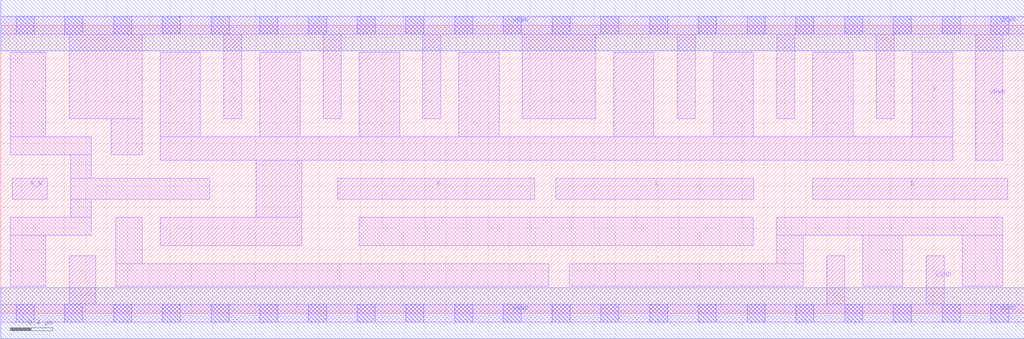
<source format=lef>
# Copyright 2020 The SkyWater PDK Authors
#
# Licensed under the Apache License, Version 2.0 (the "License");
# you may not use this file except in compliance with the License.
# You may obtain a copy of the License at
#
#     https://www.apache.org/licenses/LICENSE-2.0
#
# Unless required by applicable law or agreed to in writing, software
# distributed under the License is distributed on an "AS IS" BASIS,
# WITHOUT WARRANTIES OR CONDITIONS OF ANY KIND, either express or implied.
# See the License for the specific language governing permissions and
# limitations under the License.
#
# SPDX-License-Identifier: Apache-2.0

VERSION 5.7 ;
  NAMESCASESENSITIVE ON ;
  NOWIREEXTENSIONATPIN ON ;
  DIVIDERCHAR "/" ;
  BUSBITCHARS "[]" ;
UNITS
  DATABASE MICRONS 200 ;
END UNITS
PROPERTYDEFINITIONS
  MACRO maskLayoutSubType STRING ;
  MACRO prCellType STRING ;
  MACRO originalViewName STRING ;
END PROPERTYDEFINITIONS
MACRO sky130_fd_sc_hdll__nand4b_4
  CLASS CORE ;
  FOREIGN sky130_fd_sc_hdll__nand4b_4 ;
  ORIGIN  0.000000  0.000000 ;
  SIZE  9.660000 BY  2.720000 ;
  SYMMETRY X Y R90 ;
  SITE unithd ;
  PIN A_N
    ANTENNAGATEAREA  0.277500 ;
    DIRECTION INPUT ;
    USE SIGNAL ;
    PORT
      LAYER li1 ;
        RECT 0.110000 1.075000 0.440000 1.275000 ;
    END
  END A_N
  PIN B
    ANTENNAGATEAREA  1.110000 ;
    DIRECTION INPUT ;
    USE SIGNAL ;
    PORT
      LAYER li1 ;
        RECT 3.180000 1.075000 5.040000 1.275000 ;
    END
  END B
  PIN C
    ANTENNAGATEAREA  1.110000 ;
    DIRECTION INPUT ;
    USE SIGNAL ;
    PORT
      LAYER li1 ;
        RECT 5.240000 1.075000 7.110000 1.275000 ;
    END
  END C
  PIN D
    ANTENNAGATEAREA  1.110000 ;
    DIRECTION INPUT ;
    USE SIGNAL ;
    PORT
      LAYER li1 ;
        RECT 7.665000 1.075000 9.505000 1.275000 ;
    END
  END D
  PIN VGND
    ANTENNADIFFAREA  0.585000 ;
    DIRECTION INOUT ;
    USE SIGNAL ;
    PORT
      LAYER li1 ;
        RECT 0.000000 -0.085000 9.660000 0.085000 ;
        RECT 0.645000  0.085000 0.895000 0.545000 ;
        RECT 7.795000  0.085000 7.965000 0.545000 ;
        RECT 8.735000  0.085000 8.905000 0.545000 ;
      LAYER mcon ;
        RECT 0.145000 -0.085000 0.315000 0.085000 ;
        RECT 0.605000 -0.085000 0.775000 0.085000 ;
        RECT 1.065000 -0.085000 1.235000 0.085000 ;
        RECT 1.525000 -0.085000 1.695000 0.085000 ;
        RECT 1.985000 -0.085000 2.155000 0.085000 ;
        RECT 2.445000 -0.085000 2.615000 0.085000 ;
        RECT 2.905000 -0.085000 3.075000 0.085000 ;
        RECT 3.365000 -0.085000 3.535000 0.085000 ;
        RECT 3.825000 -0.085000 3.995000 0.085000 ;
        RECT 4.285000 -0.085000 4.455000 0.085000 ;
        RECT 4.745000 -0.085000 4.915000 0.085000 ;
        RECT 5.205000 -0.085000 5.375000 0.085000 ;
        RECT 5.665000 -0.085000 5.835000 0.085000 ;
        RECT 6.125000 -0.085000 6.295000 0.085000 ;
        RECT 6.585000 -0.085000 6.755000 0.085000 ;
        RECT 7.045000 -0.085000 7.215000 0.085000 ;
        RECT 7.505000 -0.085000 7.675000 0.085000 ;
        RECT 7.965000 -0.085000 8.135000 0.085000 ;
        RECT 8.425000 -0.085000 8.595000 0.085000 ;
        RECT 8.885000 -0.085000 9.055000 0.085000 ;
        RECT 9.345000 -0.085000 9.515000 0.085000 ;
      LAYER met1 ;
        RECT 0.000000 -0.240000 9.660000 0.240000 ;
    END
  END VGND
  PIN VPWR
    ANTENNADIFFAREA  3.360000 ;
    DIRECTION INOUT ;
    USE SIGNAL ;
    PORT
      LAYER li1 ;
        RECT 0.000000 2.635000 9.660000 2.805000 ;
        RECT 0.645000 1.835000 1.335000 2.635000 ;
        RECT 1.045000 1.495000 1.335000 1.835000 ;
        RECT 2.105000 1.835000 2.275000 2.635000 ;
        RECT 3.045000 1.835000 3.215000 2.635000 ;
        RECT 3.985000 1.835000 4.155000 2.635000 ;
        RECT 4.925000 1.835000 5.615000 2.635000 ;
        RECT 6.385000 1.835000 6.555000 2.635000 ;
        RECT 7.325000 1.835000 7.495000 2.635000 ;
        RECT 8.265000 1.835000 8.435000 2.635000 ;
        RECT 9.205000 1.445000 9.460000 2.635000 ;
      LAYER mcon ;
        RECT 0.145000 2.635000 0.315000 2.805000 ;
        RECT 0.605000 2.635000 0.775000 2.805000 ;
        RECT 1.065000 2.635000 1.235000 2.805000 ;
        RECT 1.525000 2.635000 1.695000 2.805000 ;
        RECT 1.985000 2.635000 2.155000 2.805000 ;
        RECT 2.445000 2.635000 2.615000 2.805000 ;
        RECT 2.905000 2.635000 3.075000 2.805000 ;
        RECT 3.365000 2.635000 3.535000 2.805000 ;
        RECT 3.825000 2.635000 3.995000 2.805000 ;
        RECT 4.285000 2.635000 4.455000 2.805000 ;
        RECT 4.745000 2.635000 4.915000 2.805000 ;
        RECT 5.205000 2.635000 5.375000 2.805000 ;
        RECT 5.665000 2.635000 5.835000 2.805000 ;
        RECT 6.125000 2.635000 6.295000 2.805000 ;
        RECT 6.585000 2.635000 6.755000 2.805000 ;
        RECT 7.045000 2.635000 7.215000 2.805000 ;
        RECT 7.505000 2.635000 7.675000 2.805000 ;
        RECT 7.965000 2.635000 8.135000 2.805000 ;
        RECT 8.425000 2.635000 8.595000 2.805000 ;
        RECT 8.885000 2.635000 9.055000 2.805000 ;
        RECT 9.345000 2.635000 9.515000 2.805000 ;
      LAYER met1 ;
        RECT 0.000000 2.480000 9.660000 2.960000 ;
    END
  END VPWR
  PIN Y
    ANTENNADIFFAREA  2.736000 ;
    DIRECTION OUTPUT ;
    USE SIGNAL ;
    PORT
      LAYER li1 ;
        RECT 1.505000 0.635000 2.840000 0.905000 ;
        RECT 1.505000 1.445000 8.985000 1.665000 ;
        RECT 1.505000 1.665000 1.885000 2.465000 ;
        RECT 2.410000 0.905000 2.840000 1.445000 ;
        RECT 2.445000 1.665000 2.825000 2.465000 ;
        RECT 3.385000 1.665000 3.765000 2.465000 ;
        RECT 4.325000 1.665000 4.705000 2.465000 ;
        RECT 5.785000 1.665000 6.165000 2.465000 ;
        RECT 6.725000 1.665000 7.105000 2.465000 ;
        RECT 7.665000 1.665000 8.045000 2.465000 ;
        RECT 8.605000 1.665000 8.985000 2.465000 ;
    END
  END Y
  OBS
    LAYER li1 ;
      RECT 0.090000 0.255000 0.425000 0.735000 ;
      RECT 0.090000 0.735000 0.855000 0.905000 ;
      RECT 0.090000 1.495000 0.855000 1.665000 ;
      RECT 0.090000 1.665000 0.425000 2.465000 ;
      RECT 0.660000 0.905000 0.855000 1.075000 ;
      RECT 0.660000 1.075000 1.975000 1.275000 ;
      RECT 0.660000 1.275000 0.855000 1.495000 ;
      RECT 1.085000 0.255000 5.175000 0.465000 ;
      RECT 1.085000 0.465000 1.335000 0.905000 ;
      RECT 3.385000 0.635000 7.105000 0.905000 ;
      RECT 5.365000 0.255000 7.575000 0.465000 ;
      RECT 7.325000 0.465000 7.575000 0.735000 ;
      RECT 7.325000 0.735000 9.460000 0.905000 ;
      RECT 8.135000 0.255000 8.515000 0.735000 ;
      RECT 9.075000 0.255000 9.460000 0.735000 ;
  END
  PROPERTY maskLayoutSubType "abstract" ;
  PROPERTY prCellType "standard" ;
  PROPERTY originalViewName "layout" ;
END sky130_fd_sc_hdll__nand4b_4

</source>
